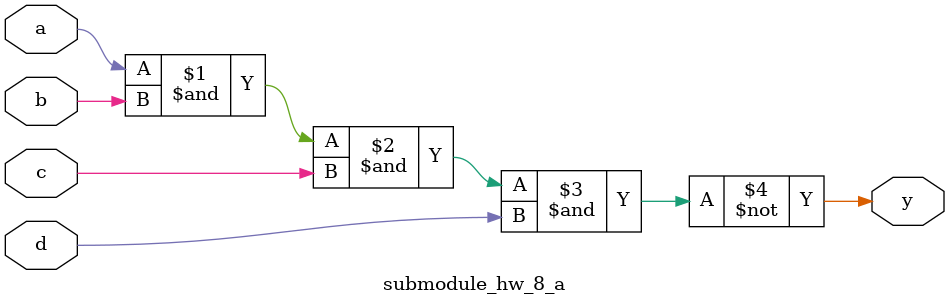
<source format=v>
module submodule_hw_8_a(
    output wire y,
    input wire a,b,c,d
);

nand U0 (y, a, b, c, d);
endmodule


</source>
